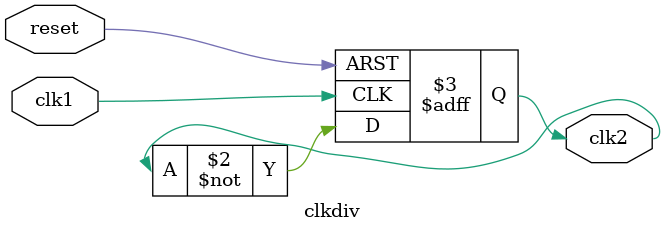
<source format=sv>
`timescale 1ns / 1ps


module clkdiv(input logic reset, clk1, 
              output logic clk2
    );
   
   always_ff @ (posedge clk1 or posedge reset) begin
        if(reset) begin
            clk2 <= 1'b0;
        end
        else begin
            clk2 <= ~clk2;
        end
    end
endmodule

</source>
